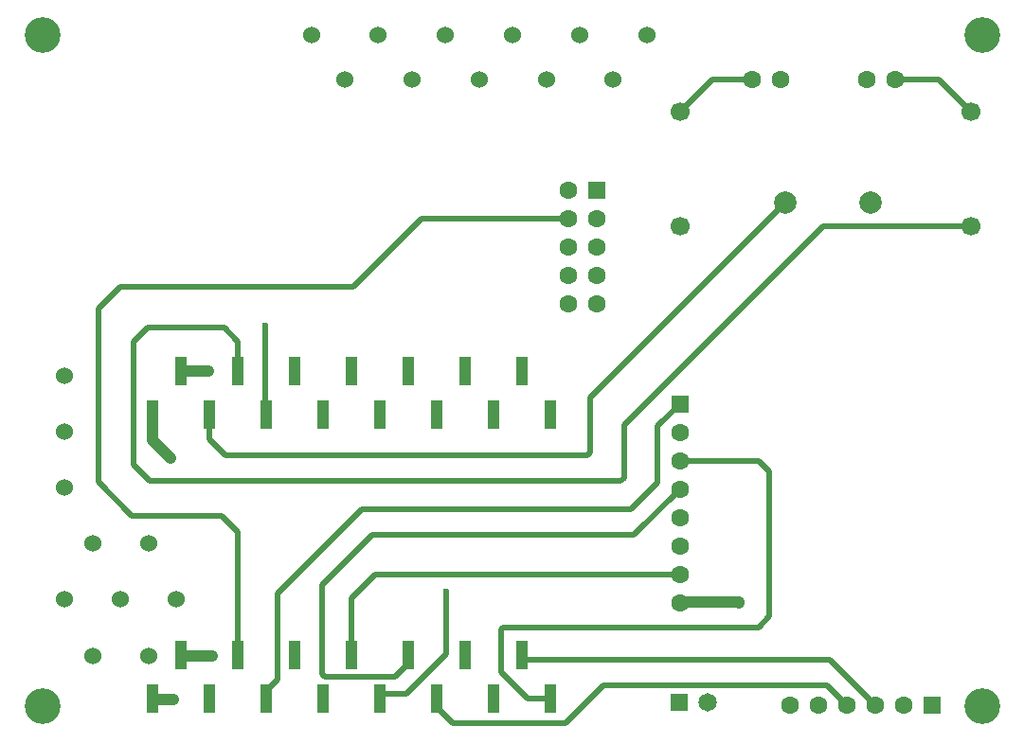
<source format=gtl>
G04*
G04 #@! TF.GenerationSoftware,Altium Limited,Altium Designer,21.4.1 (30)*
G04*
G04 Layer_Physical_Order=1*
G04 Layer_Color=255*
%FSLAX44Y44*%
%MOMM*%
G71*
G04*
G04 #@! TF.SameCoordinates,02D7BDB2-D434-4152-92C4-171F5B89420C*
G04*
G04*
G04 #@! TF.FilePolarity,Positive*
G04*
G01*
G75*
%ADD11R,1.0200X2.5000*%
%ADD22C,1.0000*%
%ADD23C,0.5000*%
%ADD24C,0.3000*%
%ADD25C,1.5240*%
%ADD26C,1.6000*%
%ADD27R,1.6000X1.6000*%
%ADD28C,1.6500*%
%ADD29R,1.6500X1.6500*%
%ADD30R,1.6000X1.6000*%
%ADD31C,2.0000*%
%ADD32C,1.7000*%
%ADD33C,3.2000*%
%ADD34C,0.6000*%
D11*
X458243Y329277D02*
D03*
X407443D02*
D03*
X356643D02*
D03*
X305843D02*
D03*
X255043D02*
D03*
X204243D02*
D03*
X153443D02*
D03*
X483643Y290277D02*
D03*
X432843D02*
D03*
X382043D02*
D03*
X331243D02*
D03*
X280443D02*
D03*
X229643D02*
D03*
X178843D02*
D03*
X128043D02*
D03*
X458243Y75277D02*
D03*
X407443D02*
D03*
X356643D02*
D03*
X305843D02*
D03*
X255043D02*
D03*
X204243D02*
D03*
X153443D02*
D03*
X483643Y36277D02*
D03*
X432843D02*
D03*
X382043D02*
D03*
X331243D02*
D03*
X280443D02*
D03*
X229643D02*
D03*
X178843D02*
D03*
X128043D02*
D03*
D22*
X153543Y74620D02*
X181444D01*
X128043Y290277D02*
X128143Y290177D01*
Y267537D02*
X144103Y251577D01*
X128143Y267537D02*
Y290177D01*
X153443Y74720D02*
X153543Y74620D01*
X153443Y74720D02*
Y75277D01*
Y329277D02*
X169383D01*
X128143Y35677D02*
X146643D01*
X128043Y35777D02*
X128143Y35677D01*
X128043Y35777D02*
Y36277D01*
X652007Y122573D02*
X652044Y122536D01*
X602415Y122573D02*
X652007D01*
X599643Y122477D02*
X602318D01*
X602415Y122573D01*
X181444Y74620D02*
X181462Y74602D01*
X169383Y329277D02*
X169401Y329259D01*
X178188D01*
D23*
X382043Y28877D02*
Y36277D01*
X730743Y48377D02*
X748843Y30277D01*
X531453Y48377D02*
X730743D01*
X497417Y14341D02*
X531453Y48377D01*
X396579Y14341D02*
X497417D01*
X382043Y28877D02*
X396579Y14341D01*
X354923Y40757D02*
X390483Y76317D01*
Y132197D01*
X229193Y290727D02*
Y369941D01*
X579643Y280277D02*
X599643Y300277D01*
X229643Y43677D02*
X239643Y53677D01*
X579643Y229917D02*
Y280277D01*
X229643Y36277D02*
Y43677D01*
X555583Y205857D02*
X579643Y229917D01*
X315223Y205857D02*
X555583D01*
X239643Y130277D02*
X315223Y205857D01*
X239643Y53677D02*
Y130277D01*
X549643Y234186D02*
Y281451D01*
X458243Y73837D02*
Y75277D01*
X460843Y71237D02*
X733283D01*
X774243Y30277D01*
X458243Y73837D02*
X460843Y71237D01*
X439643Y60277D02*
Y98520D01*
X441400Y100277D01*
X599643Y249477D02*
X670285D01*
X669801Y100277D02*
X679643Y110119D01*
X670285Y249477D02*
X679643Y240119D01*
Y110119D02*
Y240119D01*
X441400Y100277D02*
X669801D01*
X178843Y268653D02*
Y290277D01*
Y268653D02*
X193379Y254117D01*
X519643Y306277D02*
X693643Y480277D01*
X519643Y257046D02*
Y306277D01*
X516714Y254117D02*
X519643Y257046D01*
X193379Y254117D02*
X516714D01*
X327401Y147877D02*
X599643D01*
X324443Y182997D02*
X558563D01*
X546714Y231257D02*
X549643Y234186D01*
X125307Y231257D02*
X546714D01*
X110829Y245735D02*
X125307Y231257D01*
X110829Y245735D02*
Y355463D01*
X123529Y368163D01*
X192130D01*
X204555Y355738D01*
Y329589D02*
Y355738D01*
X204243Y329277D02*
X204555Y329589D01*
X331243Y36277D02*
Y38157D01*
X333843Y40757D01*
X354923D01*
X305843Y75277D02*
Y126319D01*
X327401Y147877D01*
X463643Y36277D02*
X483643D01*
X439643Y60277D02*
X463643Y36277D01*
X356643Y67877D02*
Y75277D01*
X344763Y55997D02*
X356643Y67877D01*
X282572Y55997D02*
X344763D01*
X279643Y58926D02*
X282572Y55997D01*
X279643Y58926D02*
Y138197D01*
X324443Y182997D01*
X558563D02*
X599643Y224077D01*
X549643Y281451D02*
X727469Y459277D01*
X859643D01*
X368363Y465677D02*
X499643D01*
X307425Y404739D02*
X368363Y465677D01*
X99145Y404739D02*
X307425D01*
X79643Y385237D02*
X99145Y404739D01*
X79643Y230119D02*
Y385237D01*
Y230119D02*
X109643Y200119D01*
X189643D01*
X204243Y185519D01*
Y79520D02*
Y185519D01*
X628643Y590277D02*
X664243D01*
X599643Y561277D02*
X628643Y590277D01*
X830643D02*
X859643Y561277D01*
X792343Y590277D02*
X830643D01*
D24*
X229193Y290727D02*
X229643Y290277D01*
D25*
X540000Y590000D02*
D03*
X480000D02*
D03*
X420000D02*
D03*
X360000D02*
D03*
X300000D02*
D03*
X570000Y630000D02*
D03*
X510000D02*
D03*
X450000D02*
D03*
X390000D02*
D03*
X330000D02*
D03*
X270000D02*
D03*
X149643Y125119D02*
D03*
X124643Y75119D02*
D03*
Y175119D02*
D03*
X99643Y125119D02*
D03*
X74643Y75119D02*
D03*
X49643Y125119D02*
D03*
X74643Y175119D02*
D03*
X49643Y225119D02*
D03*
Y275119D02*
D03*
Y325119D02*
D03*
D26*
X499643Y491077D02*
D03*
Y465677D02*
D03*
Y440277D02*
D03*
Y414877D02*
D03*
Y389477D02*
D03*
X525043Y465677D02*
D03*
Y440277D02*
D03*
Y414877D02*
D03*
Y389477D02*
D03*
X799643Y30277D02*
D03*
X774243D02*
D03*
X748843D02*
D03*
X723443D02*
D03*
X698043D02*
D03*
X599643Y122477D02*
D03*
Y147877D02*
D03*
Y173277D02*
D03*
Y198677D02*
D03*
Y224077D02*
D03*
Y249477D02*
D03*
Y274877D02*
D03*
X664243Y590277D02*
D03*
X689643D02*
D03*
X766943D02*
D03*
X792343D02*
D03*
D27*
X525043Y491077D02*
D03*
X599643Y300277D02*
D03*
D28*
X624163Y33137D02*
D03*
D29*
X599163D02*
D03*
D30*
X825043Y30277D02*
D03*
D31*
X693643Y480277D02*
D03*
X769643D02*
D03*
D32*
X859643Y459277D02*
D03*
Y561277D02*
D03*
X599643D02*
D03*
Y459277D02*
D03*
D33*
X869643Y630119D02*
D03*
Y30119D02*
D03*
X29643D02*
D03*
Y630119D02*
D03*
D34*
X144103Y251577D02*
D03*
X652044Y122536D02*
D03*
X146643Y35677D02*
D03*
X390483Y132197D02*
D03*
X181462Y74602D02*
D03*
X178188Y329259D02*
D03*
X171854Y74620D02*
D03*
X169383Y329277D02*
D03*
X229193Y369941D02*
D03*
M02*

</source>
